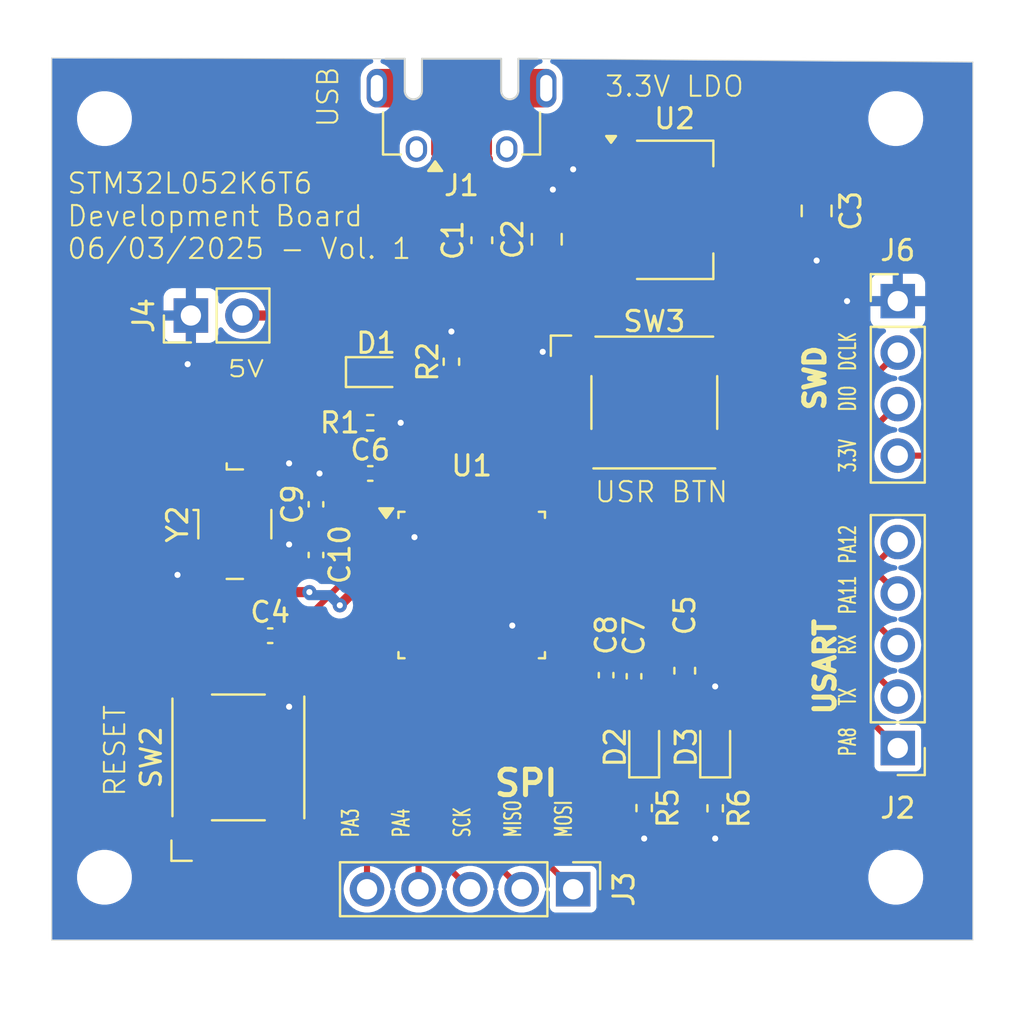
<source format=kicad_pcb>
(kicad_pcb (version 20240108) (generator "pcbnew") (generator_version "8.0")
  (layers (0 "F.Cu" signal) (31 "B.Cu" power) (34 "B.Paste" user) (35 "F.Paste" user) (36 "B.SilkS" user "B.Silkscreen") (37 "F.SilkS" user "F.Silkscreen") (38 "B.Mask" user) (39 "F.Mask" user) (44 "Edge.Cuts" user))
  (net 0 "")
  (net 1 "GND")
  (net 2 "+5V")
  (net 3 "+3.3V")
  (net 4 "NRST")
  (net 5 "OSC_IN")
  (net 6 "OSC2_IN")
  (net 7 "Net-(D1-K)")
  (net 8 "LED1")
  (net 9 "Net-(D2-K)")
  (net 10 "Net-(D3-K)")
  (net 11 "LED2")
  (net 22 "PA3")
  (net 23 "PA8")
  (net 24 "PA4")
  (net 25 "SPI_SCK")
  (net 26 "SPI_MOSI")
  (net 27 "SPI_MISO")
  (net 28 "USART1_TX")
  (net 29 "USART1_RX")
  (net 31 "PA12")
  (net 33 "PB3")
  (net 34 "PA11")
  (net 35 "SYS_SWDCLK")
  (net 36 "SYS_SWDIO")
  (net 37 "BOOT0")
  (footprint "MountingHole:MountingHole_2.2mm_M2_DIN965" (layer "F.Cu") (at 121 113)
    (property "Reference" "H3" (hide yes))
    (property "Value" "MountingHole")
    (pad "" np_thru_hole circle (at 0 0) (size 2.2 2.2) (drill 2.2) (layers "*.Cu" "*.Mask" "In1.Cu" "In2.Cu" "In3.Cu" "In4.Cu" "In5.Cu" "In6.Cu" "In7.Cu" "In8.Cu" "In9.Cu" "In10.Cu" "In11.Cu" "In12.Cu" "In13.Cu" "In14.Cu" "In15.Cu" "In16.Cu" "In17.Cu" "In18.Cu" "In19.Cu" "In20.Cu" "In21.Cu" "In22.Cu" "In23.Cu" "In24.Cu" "In25.Cu" "In26.Cu" "In27.Cu" "In28.Cu" "In29.Cu" "In30.Cu"))
  )
  (footprint "MountingHole:MountingHole_2.2mm_M2_DIN965" (layer "F.Cu") (at 121 75.59)
    (property "Reference" "H2" (hide yes))
    (property "Value" "MountingHole")
    (pad "" np_thru_hole circle (at 0 0) (size 2.2 2.2) (drill 2.2) (layers "*.Cu" "*.Mask" "In1.Cu" "In2.Cu" "In3.Cu" "In4.Cu" "In5.Cu" "In6.Cu" "In7.Cu" "In8.Cu" "In9.Cu" "In10.Cu" "In11.Cu" "In12.Cu" "In13.Cu" "In14.Cu" "In15.Cu" "In16.Cu" "In17.Cu" "In18.Cu" "In19.Cu" "In20.Cu" "In21.Cu" "In22.Cu" "In23.Cu" "In24.Cu" "In25.Cu" "In26.Cu" "In27.Cu" "In28.Cu" "In29.Cu" "In30.Cu"))
  )
  (footprint "Resistor_SMD:R_0402_1005Metric" (layer "F.Cu") (at 151.1 109.6 -90)
    (property "Reference" "R6" (at 0 -1.17 90) (layer "F.SilkS"))
    (property "Value" "1K")
    (pad "1" smd roundrect (at -0.51 0 270) (size 0.54 0.64) (layers "F.Cu" "F.Paste" "F.Mask") (net 10 "Net-(D3-K)"))
    (pad "2" smd roundrect (at 0.51 0 270) (size 0.54 0.64) (layers "F.Cu" "F.Paste" "F.Mask") (net 1 "GND"))
  )
  (footprint "Package_TO_SOT_SMD:SOT-223-3_TabPin2" (layer "F.Cu") (at 149.1 80.09)
    (property "Reference" "U2" (at 0 -4.5 0) (layer "F.SilkS"))
    (property "Value" "AMS1117-3.3")
    (pad "1" smd roundrect (at -3.15 -2.3) (size 2 1.5) (layers "F.Cu" "F.Paste" "F.Mask") (net 1 "GND"))
    (pad "2" smd roundrect (at -3.15 0) (size 2 1.5) (layers "F.Cu" "F.Paste" "F.Mask") (net 3 "+3.3V"))
    (pad "2" smd roundrect (at 3.15 0) (size 2 3.8) (layers "F.Cu" "F.Paste" "F.Mask") (net 3 "+3.3V"))
    (pad "3" smd roundrect (at -3.15 2.3) (size 2 1.5) (layers "F.Cu" "F.Paste" "F.Mask") (net 2 "+5V"))
  )
  (footprint "LED_SMD:LED_0603_1608Metric" (layer "F.Cu") (at 134.3875 88.09)
    (property "Reference" "D1" (at 0 -1.43 0) (layer "F.SilkS"))
    (property "Value" "LED")
    (pad "1" smd roundrect (at -0.7875 0) (size 0.875 0.95) (layers "F.Cu" "F.Paste" "F.Mask") (net 7 "Net-(D1-K)"))
    (pad "2" smd roundrect (at 0.7875 0) (size 0.875 0.95) (layers "F.Cu" "F.Paste" "F.Mask") (net 3 "+3.3V"))
  )
  (footprint "Capacitor_SMD:C_0402_1005Metric" (layer "F.Cu") (at 131.425 97.11 90)
    (property "Reference" "C10" (at 0.02 1.175 90) (layer "F.SilkS"))
    (property "Value" "20pF")
    (pad "1" smd roundrect (at -0.48 0 90) (size 0.56 0.62) (layers "F.Cu" "F.Paste" "F.Mask") (net 6 "OSC2_IN"))
    (pad "2" smd roundrect (at 0.48 0 90) (size 0.56 0.62) (layers "F.Cu" "F.Paste" "F.Mask") (net 1 "GND"))
  )
  (footprint "Connector_PinHeader_2.54mm:PinHeader_1x02_P2.54mm_Vertical" (layer "F.Cu") (at 125.26 85.3 90)
    (property "Reference" "J4" (at 0 -2.33 90) (layer "F.SilkS"))
    (property "Value" "Conn_01x02_Pin")
    (pad "1" thru_hole rect (at 0 0 90) (size 1.7 1.7) (drill 1) (layers "*.Cu" "*.Mask" "In1.Cu" "In2.Cu" "In3.Cu" "In4.Cu" "In5.Cu" "In6.Cu" "In7.Cu" "In8.Cu" "In9.Cu" "In10.Cu" "In11.Cu" "In12.Cu" "In13.Cu" "In14.Cu" "In15.Cu" "In16.Cu" "In17.Cu" "In18.Cu" "In19.Cu" "In20.Cu" "In21.Cu" "In22.Cu" "In23.Cu" "In24.Cu" "In25.Cu" "In26.Cu" "In27.Cu" "In28.Cu" "In29.Cu" "In30.Cu") (net 1 "GND"))
    (pad "2" thru_hole oval (at 0 2.54 90) (size 1.7 1.7) (drill 1) (layers "*.Cu" "*.Mask" "In1.Cu" "In2.Cu" "In3.Cu" "In4.Cu" "In5.Cu" "In6.Cu" "In7.Cu" "In8.Cu" "In9.Cu" "In10.Cu" "In11.Cu" "In12.Cu" "In13.Cu" "In14.Cu" "In15.Cu" "In16.Cu" "In17.Cu" "In18.Cu" "In19.Cu" "In20.Cu" "In21.Cu" "In22.Cu" "In23.Cu" "In24.Cu" "In25.Cu" "In26.Cu" "In27.Cu" "In28.Cu" "In29.Cu" "In30.Cu") (net 2 "+5V"))
  )
  (footprint "Capacitor_SMD:C_0402_1005Metric" (layer "F.Cu") (at 129.1675 101.09)
    (property "Reference" "C4" (at 0 -1.16 0) (layer "F.SilkS"))
    (property "Value" "100nF")
    (pad "1" smd roundrect (at -0.48 0) (size 0.56 0.62) (layers "F.Cu" "F.Paste" "F.Mask") (net 4 "NRST"))
    (pad "2" smd roundrect (at 0.48 0) (size 0.56 0.62) (layers "F.Cu" "F.Paste" "F.Mask") (net 1 "GND"))
  )
  (footprint "Package_QFP:LQFP-32_7x7mm_P0.8mm" (layer "F.Cu") (at 139.1 98.59)
    (property "Reference" "U1" (at 0 -5.88 0) (layer "F.SilkS"))
    (property "Value" "STM32L052K6Tx")
    (pad "1" smd roundrect (at -4.175 -2.8) (size 1.5 0.5) (layers "F.Cu" "F.Paste" "F.Mask") (net 3 "+3.3V"))
    (pad "2" smd roundrect (at -4.175 -2) (size 1.5 0.5) (layers "F.Cu" "F.Paste" "F.Mask") (net 5 "OSC_IN"))
    (pad "3" smd roundrect (at -4.175 -1.2) (size 1.5 0.5) (layers "F.Cu" "F.Paste" "F.Mask") (net 6 "OSC2_IN"))
    (pad "4" smd roundrect (at -4.175 -0.4) (size 1.5 0.5) (layers "F.Cu" "F.Paste" "F.Mask") (net 4 "NRST"))
    (pad "5" smd roundrect (at -4.175 0.4) (size 1.5 0.5) (layers "F.Cu" "F.Paste" "F.Mask") (net 3 "+3.3V"))
    (pad "6" smd roundrect (at -4.175 1.2) (size 1.5 0.5) (layers "F.Cu" "F.Paste" "F.Mask"))
    (pad "7" smd roundrect (at -4.175 2) (size 1.5 0.5) (layers "F.Cu" "F.Paste" "F.Mask"))
    (pad "8" smd roundrect (at -4.175 2.8) (size 1.5 0.5) (layers "F.Cu" "F.Paste" "F.Mask"))
    (pad "9" smd roundrect (at -2.8 4.175) (size 0.5 1.5) (layers "F.Cu" "F.Paste" "F.Mask") (net 22 "PA3"))
    (pad "10" smd roundrect (at -2 4.175) (size 0.5 1.5) (layers "F.Cu" "F.Paste" "F.Mask") (net 24 "PA4"))
    (pad "11" smd roundrect (at -1.2 4.175) (size 0.5 1.5) (layers "F.Cu" "F.Paste" "F.Mask") (net 25 "SPI_SCK"))
    (pad "12" smd roundrect (at -0.4 4.175) (size 0.5 1.5) (layers "F.Cu" "F.Paste" "F.Mask") (net 27 "SPI_MISO"))
    (pad "13" smd roundrect (at 0.4 4.175) (size 0.5 1.5) (layers "F.Cu" "F.Paste" "F.Mask") (net 26 "SPI_MOSI"))
    (pad "14" smd roundrect (at 1.2 4.175) (size 0.5 1.5) (layers "F.Cu" "F.Paste" "F.Mask") (net 8 "LED1"))
    (pad "15" smd roundrect (at 2 4.175) (size 0.5 1.5) (layers "F.Cu" "F.Paste" "F.Mask") (net 11 "LED2"))
    (pad "16" smd roundrect (at 2.8 4.175) (size 0.5 1.5) (layers "F.Cu" "F.Paste" "F.Mask") (net 1 "GND"))
    (pad "17" smd roundrect (at 4.175 2.8) (size 1.5 0.5) (layers "F.Cu" "F.Paste" "F.Mask") (net 3 "+3.3V"))
    (pad "18" smd roundrect (at 4.175 2) (size 1.5 0.5) (layers "F.Cu" "F.Paste" "F.Mask") (net 23 "PA8"))
    (pad "19" smd roundrect (at 4.175 1.2) (size 1.5 0.5) (layers "F.Cu" "F.Paste" "F.Mask") (net 28 "USART1_TX"))
    (pad "20" smd roundrect (at 4.175 0.4) (size 1.5 0.5) (layers "F.Cu" "F.Paste" "F.Mask") (net 29 "USART1_RX"))
    (pad "21" smd roundrect (at 4.175 -0.4) (size 1.5 0.5) (layers "F.Cu" "F.Paste" "F.Mask") (net 34 "PA11"))
    (pad "22" smd roundrect (at 4.175 -1.2) (size 1.5 0.5) (layers "F.Cu" "F.Paste" "F.Mask") (net 31 "PA12"))
    (pad "23" smd roundrect (at 4.175 -2) (size 1.5 0.5) (layers "F.Cu" "F.Paste" "F.Mask") (net 36 "SYS_SWDIO"))
    (pad "24" smd roundrect (at 4.175 -2.8) (size 1.5 0.5) (layers "F.Cu" "F.Paste" "F.Mask") (net 35 "SYS_SWDCLK"))
    (pad "25" smd roundrect (at 2.8 -4.175) (size 0.5 1.5) (layers "F.Cu" "F.Paste" "F.Mask"))
    (pad "26" smd roundrect (at 2 -4.175) (size 0.5 1.5) (layers "F.Cu" "F.Paste" "F.Mask") (net 33 "PB3"))
    (pad "27" smd roundrect (at 1.2 -4.175) (size 0.5 1.5) (layers "F.Cu" "F.Paste" "F.Mask"))
    (pad "28" smd roundrect (at 0.4 -4.175) (size 0.5 1.5) (layers "F.Cu" "F.Paste" "F.Mask"))
    (pad "29" smd roundrect (at -0.4 -4.175) (size 0.5 1.5) (layers "F.Cu" "F.Paste" "F.Mask"))
    (pad "30" smd roundrect (at -1.2 -4.175) (size 0.5 1.5) (layers "F.Cu" "F.Paste" "F.Mask"))
    (pad "31" smd roundrect (at -2 -4.175) (size 0.5 1.5) (layers "F.Cu" "F.Paste" "F.Mask") (net 37 "BOOT0"))
    (pad "32" smd roundrect (at -2.8 -4.175) (size 0.5 1.5) (layers "F.Cu" "F.Paste" "F.Mask") (net 1 "GND"))
  )
  (footprint "Resistor_SMD:R_0402_1005Metric" (layer "F.Cu") (at 138.1 87.58 90)
    (property "Reference" "R2" (at 0 -1.17 90) (layer "F.SilkS"))
    (property "Value" "10K")
    (pad "1" smd roundrect (at -0.51 0 90) (size 0.54 0.64) (layers "F.Cu" "F.Paste" "F.Mask") (net 37 "BOOT0"))
    (pad "2" smd roundrect (at 0.51 0 90) (size 0.54 0.64) (layers "F.Cu" "F.Paste" "F.Mask") (net 1 "GND"))
  )
  (footprint "Button_Switch_SMD:SW_SPST_Omron_B3FS-100xP" (layer "F.Cu") (at 148.1 89.59)
    (property "Reference" "SW3" (at 0 -4 0) (layer "F.SilkS"))
    (property "Value" "SW_Omron_B3FS")
    (pad "1" smd rect (at -4 -2.25 180) (size 1.6 1.4) (layers "F.Cu" "F.Paste" "F.Mask") (net 1 "GND"))
    (pad "1" smd rect (at 4 -2.25 180) (size 1.6 1.4) (layers "F.Cu" "F.Paste" "F.Mask") (net 1 "GND"))
    (pad "2" smd rect (at -4 2.25 180) (size 1.6 1.4) (layers "F.Cu" "F.Paste" "F.Mask") (net 33 "PB3"))
    (pad "2" smd rect (at 4 2.25 180) (size 1.6 1.4) (layers "F.Cu" "F.Paste" "F.Mask") (net 33 "PB3"))
  )
  (footprint "Connector_PinHeader_2.54mm:PinHeader_1x05_P2.54mm_Vertical" (layer "F.Cu") (at 144.1 113.59 -90)
    (property "Reference" "J3" (at 0 -2.5 90) (layer "F.SilkS"))
    (property "Value" "Conn_01x05_Pin")
    (pad "1" thru_hole rect (at 0 0 270) (size 1.7 1.7) (drill 1) (layers "*.Cu" "*.Mask" "In1.Cu" "In2.Cu" "In3.Cu" "In4.Cu" "In5.Cu" "In6.Cu" "In7.Cu" "In8.Cu" "In9.Cu" "In10.Cu" "In11.Cu" "In12.Cu" "In13.Cu" "In14.Cu" "In15.Cu" "In16.Cu" "In17.Cu" "In18.Cu" "In19.Cu" "In20.Cu" "In21.Cu" "In22.Cu" "In23.Cu" "In24.Cu" "In25.Cu" "In26.Cu" "In27.Cu" "In28.Cu" "In29.Cu" "In30.Cu") (net 26 "SPI_MOSI"))
    (pad "2" thru_hole oval (at 0 2.54 270) (size 1.7 1.7) (drill 1) (layers "*.Cu" "*.Mask" "In1.Cu" "In2.Cu" "In3.Cu" "In4.Cu" "In5.Cu" "In6.Cu" "In7.Cu" "In8.Cu" "In9.Cu" "In10.Cu" "In11.Cu" "In12.Cu" "In13.Cu" "In14.Cu" "In15.Cu" "In16.Cu" "In17.Cu" "In18.Cu" "In19.Cu" "In20.Cu" "In21.Cu" "In22.Cu" "In23.Cu" "In24.Cu" "In25.Cu" "In26.Cu" "In27.Cu" "In28.Cu" "In29.Cu" "In30.Cu") (net 27 "SPI_MISO"))
    (pad "3" thru_hole oval (at 0 5.08 270) (size 1.7 1.7) (drill 1) (layers "*.Cu" "*.Mask" "In1.Cu" "In2.Cu" "In3.Cu" "In4.Cu" "In5.Cu" "In6.Cu" "In7.Cu" "In8.Cu" "In9.Cu" "In10.Cu" "In11.Cu" "In12.Cu" "In13.Cu" "In14.Cu" "In15.Cu" "In16.Cu" "In17.Cu" "In18.Cu" "In19.Cu" "In20.Cu" "In21.Cu" "In22.Cu" "In23.Cu" "In24.Cu" "In25.Cu" "In26.Cu" "In27.Cu" "In28.Cu" "In29.Cu" "In30.Cu") (net 25 "SPI_SCK"))
    (pad "4" thru_hole oval (at 0 7.62 270) (size 1.7 1.7) (drill 1) (layers "*.Cu" "*.Mask" "In1.Cu" "In2.Cu" "In3.Cu" "In4.Cu" "In5.Cu" "In6.Cu" "In7.Cu" "In8.Cu" "In9.Cu" "In10.Cu" "In11.Cu" "In12.Cu" "In13.Cu" "In14.Cu" "In15.Cu" "In16.Cu" "In17.Cu" "In18.Cu" "In19.Cu" "In20.Cu" "In21.Cu" "In22.Cu" "In23.Cu" "In24.Cu" "In25.Cu" "In26.Cu" "In27.Cu" "In28.Cu" "In29.Cu" "In30.Cu") (net 24 "PA4"))
    (pad "5" thru_hole oval (at 0 10.16 270) (size 1.7 1.7) (drill 1) (layers "*.Cu" "*.Mask" "In1.Cu" "In2.Cu" "In3.Cu" "In4.Cu" "In5.Cu" "In6.Cu" "In7.Cu" "In8.Cu" "In9.Cu" "In10.Cu" "In11.Cu" "In12.Cu" "In13.Cu" "In14.Cu" "In15.Cu" "In16.Cu" "In17.Cu" "In18.Cu" "In19.Cu" "In20.Cu" "In21.Cu" "In22.Cu" "In23.Cu" "In24.Cu" "In25.Cu" "In26.Cu" "In27.Cu" "In28.Cu" "In29.Cu" "In30.Cu") (net 22 "PA3"))
  )
  (footprint "Connector_USB:USB_Micro-AB_Molex_47590-0001" (layer "F.Cu") (at 138.6 73.74 180)
    (property "Reference" "J1" (at 0 -5.15 0) (layer "F.SilkS"))
    (property "Value" "USB_B_Micro")
    (fp_line (start 2.8 1.1) (end 3.75 1.1) (stroke (width 0.1)) (layer "Edge.Cuts"))
    (fp_line (start 2.8 -0.475) (end 2.8 1.1) (stroke (width 0.1)) (layer "Edge.Cuts"))
    (fp_line (start 1.95 -0.475) (end 1.95 1.1) (stroke (width 0.1)) (layer "Edge.Cuts"))
    (fp_line (start -1.95 1.1) (end 1.95 1.1) (stroke (width 0.1)) (layer "Edge.Cuts"))
    (fp_line (start -1.95 -0.475) (end -1.95 1.1) (stroke (width 0.1)) (layer "Edge.Cuts"))
    (fp_line (start -2.8 -0.475) (end -2.8 1.1) (stroke (width 0.1)) (layer "Edge.Cuts"))
    (fp_line (start -3.75 1.1) (end -2.8 1.1) (stroke (width 0.1)) (layer "Edge.Cuts"))
    (fp_arc (start 1.95 -0.475) (mid 2.375 -0.9) (end 2.8 -0.475) (stroke (width 0.1)) (layer "Edge.Cuts"))
    (fp_arc (start -2.8 -0.475) (mid -2.375 -0.9) (end -1.95 -0.475) (stroke (width 0.1)) (layer "Edge.Cuts"))
    (pad "1" smd roundrect (at 1.3 -3.025 180) (size 0.4 1.35) (layers "F.Cu" "F.Paste" "F.Mask") (net 2 "+5V"))
    (pad "2" smd roundrect (at 0.65 -3.025 180) (size 0.4 1.35) (layers "F.Cu" "F.Paste" "F.Mask"))
    (pad "3" smd roundrect (at 0 -3.025 180) (size 0.4 1.35) (layers "F.Cu" "F.Paste" "F.Mask"))
    (pad "4" smd roundrect (at -0.65 -3.025 180) (size 0.4 1.35) (layers "F.Cu" "F.Paste" "F.Mask"))
    (pad "5" smd roundrect (at -1.3 -3.025 180) (size 0.4 1.35) (layers "F.Cu" "F.Paste" "F.Mask") (net 1 "GND"))
    (pad "6" thru_hole oval (at -4.175 -0.35 180) (size 1 1.9) (drill oval 0.6 1.3) (property pad_prop_heatsink) (layers "*.Cu" "*.Mask" "In1.Cu" "In2.Cu" "In3.Cu" "In4.Cu" "In5.Cu" "In6.Cu" "In7.Cu" "In8.Cu" "In9.Cu" "In10.Cu" "In11.Cu" "In12.Cu" "In13.Cu" "In14.Cu" "In15.Cu" "In16.Cu" "In17.Cu" "In18.Cu" "In19.Cu" "In20.Cu" "In21.Cu" "In22.Cu" "In23.Cu" "In24.Cu" "In25.Cu" "In26.Cu" "In27.Cu" "In28.Cu" "In29.Cu" "In30.Cu"))
    (pad "6" smd rect (at -3.7375 -0.35 180) (size 0.875 1.9) (layers "F.Cu" "F.Mask"))
    (pad "6" thru_hole oval (at -2.225 -3.35 180) (size 1.05 1.25) (drill oval 0.65 0.85) (property pad_prop_heatsink) (layers "*.Cu" "*.Mask" "In1.Cu" "In2.Cu" "In3.Cu" "In4.Cu" "In5.Cu" "In6.Cu" "In7.Cu" "In8.Cu" "In9.Cu" "In10.Cu" "In11.Cu" "In12.Cu" "In13.Cu" "In14.Cu" "In15.Cu" "In16.Cu" "In17.Cu" "In18.Cu" "In19.Cu" "In20.Cu" "In21.Cu" "In22.Cu" "In23.Cu" "In24.Cu" "In25.Cu" "In26.Cu" "In27.Cu" "In28.Cu" "In29.Cu" "In30.Cu"))
    (pad "6" smd roundrect (at 0 -0.35 180) (size 2.9 1.9) (layers "F.Cu" "F.Paste" "F.Mask") (roundrect_rratio 0.1315789474))
    (pad "6" thru_hole oval (at 2.225 -3.35 180) (size 1.05 1.25) (drill oval 0.65 0.85) (property pad_prop_heatsink) (layers "*.Cu" "*.Mask" "In1.Cu" "In2.Cu" "In3.Cu" "In4.Cu" "In5.Cu" "In6.Cu" "In7.Cu" "In8.Cu" "In9.Cu" "In10.Cu" "In11.Cu" "In12.Cu" "In13.Cu" "In14.Cu" "In15.Cu" "In16.Cu" "In17.Cu" "In18.Cu" "In19.Cu" "In20.Cu" "In21.Cu" "In22.Cu" "In23.Cu" "In24.Cu" "In25.Cu" "In26.Cu" "In27.Cu" "In28.Cu" "In29.Cu" "In30.Cu"))
    (pad "6" smd rect (at 3.7375 -0.35 180) (size 0.875 1.9) (layers "F.Cu" "F.Mask"))
    (pad "6" thru_hole oval (at 4.175 -0.35 180) (size 1 1.9) (drill oval 0.6 1.3) (property pad_prop_heatsink) (layers "*.Cu" "*.Mask" "In1.Cu" "In2.Cu" "In3.Cu" "In4.Cu" "In5.Cu" "In6.Cu" "In7.Cu" "In8.Cu" "In9.Cu" "In10.Cu" "In11.Cu" "In12.Cu" "In13.Cu" "In14.Cu" "In15.Cu" "In16.Cu" "In17.Cu" "In18.Cu" "In19.Cu" "In20.Cu" "In21.Cu" "In22.Cu" "In23.Cu" "In24.Cu" "In25.Cu" "In26.Cu" "In27.Cu" "In28.Cu" "In29.Cu" "In30.Cu"))
  )
  (footprint "LED_SMD:LED_0603_1608Metric" (layer "F.Cu") (at 151.1 106.59 90)
    (property "Reference" "D3" (at 0 -1.43 90) (layer "F.SilkS"))
    (property "Value" "LED")
    (pad "1" smd roundrect (at -0.7875 0 90) (size 0.875 0.95) (layers "F.Cu" "F.Paste" "F.Mask") (net 10 "Net-(D3-K)"))
    (pad "2" smd roundrect (at 0.7875 0 90) (size 0.875 0.95) (layers "F.Cu" "F.Paste" "F.Mask") (net 11 "LED2"))
  )
  (footprint "Capacitor_SMD:C_0402_1005Metric" (layer "F.Cu") (at 145.725 103.035 -90)
    (property "Reference" "C8" (at -1.98 0 90) (layer "F.SilkS"))
    (property "Value" "100nF")
    (pad "1" smd roundrect (at -0.48 0 270) (size 0.56 0.62) (layers "F.Cu" "F.Paste" "F.Mask") (net 3 "+3.3V"))
    (pad "2" smd roundrect (at 0.48 0 270) (size 0.56 0.62) (layers "F.Cu" "F.Paste" "F.Mask") (net 1 "GND"))
  )
  (footprint "Capacitor_SMD:C_0805_2012Metric" (layer "F.Cu") (at 156.1 80.14 -90)
    (property "Reference" "C3" (at 0 -1.68 90) (layer "F.SilkS"))
    (property "Value" "22uF")
    (pad "1" smd roundrect (at -0.95 0 270) (size 1 1.45) (layers "F.Cu" "F.Paste" "F.Mask") (net 3 "+3.3V"))
    (pad "2" smd roundrect (at 0.95 0 270) (size 1 1.45) (layers "F.Cu" "F.Paste" "F.Mask") (net 1 "GND"))
  )
  (footprint "MountingHole:MountingHole_2.2mm_M2_DIN965" (layer "F.Cu") (at 160 75.59)
    (property "Reference" "H1" (hide yes))
    (property "Value" "MountingHole")
    (pad "" np_thru_hole circle (at 0 0) (size 2.2 2.2) (drill 2.2) (layers "*.Cu" "*.Mask" "In1.Cu" "In2.Cu" "In3.Cu" "In4.Cu" "In5.Cu" "In6.Cu" "In7.Cu" "In8.Cu" "In9.Cu" "In10.Cu" "In11.Cu" "In12.Cu" "In13.Cu" "In14.Cu" "In15.Cu" "In16.Cu" "In17.Cu" "In18.Cu" "In19.Cu" "In20.Cu" "In21.Cu" "In22.Cu" "In23.Cu" "In24.Cu" "In25.Cu" "In26.Cu" "In27.Cu" "In28.Cu" "In29.Cu" "In30.Cu"))
  )
  (footprint "Connector_PinHeader_2.54mm:PinHeader_1x05_P2.54mm_Vertical" (layer "F.Cu") (at 160.1 106.63 180)
    (property "Reference" "J2" (at 0 -2.96 0) (layer "F.SilkS"))
    (property "Value" "Conn_01x05_Pin")
    (pad "1" thru_hole rect (at 0 0 180) (size 1.7 1.7) (drill 1) (layers "*.Cu" "*.Mask" "In1.Cu" "In2.Cu" "In3.Cu" "In4.Cu" "In5.Cu" "In6.Cu" "In7.Cu" "In8.Cu" "In9.Cu" "In10.Cu" "In11.Cu" "In12.Cu" "In13.Cu" "In14.Cu" "In15.Cu" "In16.Cu" "In17.Cu" "In18.Cu" "In19.Cu" "In20.Cu" "In21.Cu" "In22.Cu" "In23.Cu" "In24.Cu" "In25.Cu" "In26.Cu" "In27.Cu" "In28.Cu" "In29.Cu" "In30.Cu") (net 23 "PA8"))
    (pad "2" thru_hole oval (at 0 2.54 180) (size 1.7 1.7) (drill 1) (layers "*.Cu" "*.Mask" "In1.Cu" "In2.Cu" "In3.Cu" "In4.Cu" "In5.Cu" "In6.Cu" "In7.Cu" "In8.Cu" "In9.Cu" "In10.Cu" "In11.Cu" "In12.Cu" "In13.Cu" "In14.Cu" "In15.Cu" "In16.Cu" "In17.Cu" "In18.Cu" "In19.Cu" "In20.Cu" "In21.Cu" "In22.Cu" "In23.Cu" "In24.Cu" "In25.Cu" "In26.Cu" "In27.Cu" "In28.Cu" "In29.Cu" "In30.Cu") (net 28 "USART1_TX"))
    (pad "3" thru_hole oval (at 0 5.08 180) (size 1.7 1.7) (drill 1) (layers "*.Cu" "*.Mask" "In1.Cu" "In2.Cu" "In3.Cu" "In4.Cu" "In5.Cu" "In6.Cu" "In7.Cu" "In8.Cu" "In9.Cu" "In10.Cu" "In11.Cu" "In12.Cu" "In13.Cu" "In14.Cu" "In15.Cu" "In16.Cu" "In17.Cu" "In18.Cu" "In19.Cu" "In20.Cu" "In21.Cu" "In22.Cu" "In23.Cu" "In24.Cu" "In25.Cu" "In26.Cu" "In27.Cu" "In28.Cu" "In29.Cu" "In30.Cu") (net 29 "USART1_RX"))
    (pad "4" thru_hole oval (at 0 7.62 180) (size 1.7 1.7) (drill 1) (layers "*.Cu" "*.Mask" "In1.Cu" "In2.Cu" "In3.Cu" "In4.Cu" "In5.Cu" "In6.Cu" "In7.Cu" "In8.Cu" "In9.Cu" "In10.Cu" "In11.Cu" "In12.Cu" "In13.Cu" "In14.Cu" "In15.Cu" "In16.Cu" "In17.Cu" "In18.Cu" "In19.Cu" "In20.Cu" "In21.Cu" "In22.Cu" "In23.Cu" "In24.Cu" "In25.Cu" "In26.Cu" "In27.Cu" "In28.Cu" "In29.Cu" "In30.Cu") (net 34 "PA11"))
    (pad "5" thru_hole oval (at 0 10.16 180) (size 1.7 1.7) (drill 1) (layers "*.Cu" "*.Mask" "In1.Cu" "In2.Cu" "In3.Cu" "In4.Cu" "In5.Cu" "In6.Cu" "In7.Cu" "In8.Cu" "In9.Cu" "In10.Cu" "In11.Cu" "In12.Cu" "In13.Cu" "In14.Cu" "In15.Cu" "In16.Cu" "In17.Cu" "In18.Cu" "In19.Cu" "In20.Cu" "In21.Cu" "In22.Cu" "In23.Cu" "In24.Cu" "In25.Cu" "In26.Cu" "In27.Cu" "In28.Cu" "In29.Cu" "In30.Cu") (net 31 "PA12"))
  )
  (footprint "Capacitor_SMD:C_0603_1608Metric" (layer "F.Cu") (at 149.6 102.815 -90)
    (property "Reference" "C5" (at -2.725 0 90) (layer "F.SilkS"))
    (property "Value" "4.7uF")
    (pad "1" smd roundrect (at -0.775 0 270) (size 0.9 0.95) (layers "F.Cu" "F.Paste" "F.Mask") (net 3 "+3.3V"))
    (pad "2" smd roundrect (at 0.775 0 270) (size 0.9 0.95) (layers "F.Cu" "F.Paste" "F.Mask") (net 1 "GND"))
  )
  (footprint "Capacitor_SMD:C_0402_1005Metric" (layer "F.Cu") (at 131.425 94.61 90)
    (property "Reference" "C9" (at 0 -1.16 90) (layer "F.SilkS"))
    (property "Value" "20pF")
    (pad "1" smd roundrect (at -0.48 0 90) (size 0.56 0.62) (layers "F.Cu" "F.Paste" "F.Mask") (net 5 "OSC_IN"))
    (pad "2" smd roundrect (at 0.48 0 90) (size 0.56 0.62) (layers "F.Cu" "F.Paste" "F.Mask") (net 1 "GND"))
  )
  (footprint "Resistor_SMD:R_0402_1005Metric" (layer "F.Cu") (at 147.6 109.59 -90)
    (property "Reference" "R5" (at 0 -1.17 90) (layer "F.SilkS"))
    (property "Value" "1K")
    (pad "1" smd roundrect (at -0.51 0 270) (size 0.54 0.64) (layers "F.Cu" "F.Paste" "F.Mask") (net 9 "Net-(D2-K)"))
    (pad "2" smd roundrect (at 0.51 0 270) (size 0.54 0.64) (layers "F.Cu" "F.Paste" "F.Mask") (net 1 "GND"))
  )
  (footprint "Capacitor_SMD:C_0402_1005Metric" (layer "F.Cu") (at 147.1 103.09 -90)
    (property "Reference" "C7" (at -2 0 90) (layer "F.SilkS"))
    (property "Value" "100nF")
    (pad "1" smd roundrect (at -0.48 0 270) (size 0.56 0.62) (layers "F.Cu" "F.Paste" "F.Mask") (net 3 "+3.3V"))
    (pad "2" smd roundrect (at 0.48 0 270) (size 0.56 0.62) (layers "F.Cu" "F.Paste" "F.Mask") (net 1 "GND"))
  )
  (footprint "MountingHole:MountingHole_2.2mm_M2_DIN965" (layer "F.Cu") (at 160 113)
    (property "Reference" "H4" (hide yes))
    (property "Value" "MountingHole")
    (pad "" np_thru_hole circle (at 0 0) (size 2.2 2.2) (drill 2.2) (layers "*.Cu" "*.Mask" "In1.Cu" "In2.Cu" "In3.Cu" "In4.Cu" "In5.Cu" "In6.Cu" "In7.Cu" "In8.Cu" "In9.Cu" "In10.Cu" "In11.Cu" "In12.Cu" "In13.Cu" "In14.Cu" "In15.Cu" "In16.Cu" "In17.Cu" "In18.Cu" "In19.Cu" "In20.Cu" "In21.Cu" "In22.Cu" "In23.Cu" "In24.Cu" "In25.Cu" "In26.Cu" "In27.Cu" "In28.Cu" "In29.Cu" "In30.Cu"))
  )
  (footprint "Connector_PinHeader_2.54mm:PinHeader_1x04_P2.54mm_Vertical" (layer "F.Cu") (at 160.1 84.59)
    (property "Reference" "J6" (at 0 -2.5 0) (layer "F.SilkS"))
    (property "Value" "Conn_01x04_Pin")
    (pad "1" thru_hole rect (at 0 0) (size 1.7 1.7) (drill 1) (layers "*.Cu" "*.Mask" "In1.Cu" "In2.Cu" "In3.Cu" "In4.Cu" "In5.Cu" "In6.Cu" "In7.Cu" "In8.Cu" "In9.Cu" "In10.Cu" "In11.Cu" "In12.Cu" "In13.Cu" "In14.Cu" "In15.Cu" "In16.Cu" "In17.Cu" "In18.Cu" "In19.Cu" "In20.Cu" "In21.Cu" "In22.Cu" "In23.Cu" "In24.Cu" "In25.Cu" "In26.Cu" "In27.Cu" "In28.Cu" "In29.Cu" "In30.Cu") (net 1 "GND"))
    (pad "2" thru_hole oval (at 0 2.54) (size 1.7 1.7) (drill 1) (layers "*.Cu" "*.Mask" "In1.Cu" "In2.Cu" "In3.Cu" "In4.Cu" "In5.Cu" "In6.Cu" "In7.Cu" "In8.Cu" "In9.Cu" "In10.Cu" "In11.Cu" "In12.Cu" "In13.Cu" "In14.Cu" "In15.Cu" "In16.Cu" "In17.Cu" "In18.Cu" "In19.Cu" "In20.Cu" "In21.Cu" "In22.Cu" "In23.Cu" "In24.Cu" "In25.Cu" "In26.Cu" "In27.Cu" "In28.Cu" "In29.Cu" "In30.Cu") (net 35 "SYS_SWDCLK"))
    (pad "3" thru_hole oval (at 0 5.08) (size 1.7 1.7) (drill 1) (layers "*.Cu" "*.Mask" "In1.Cu" "In2.Cu" "In3.Cu" "In4.Cu" "In5.Cu" "In6.Cu" "In7.Cu" "In8.Cu" "In9.Cu" "In10.Cu" "In11.Cu" "In12.Cu" "In13.Cu" "In14.Cu" "In15.Cu" "In16.Cu" "In17.Cu" "In18.Cu" "In19.Cu" "In20.Cu" "In21.Cu" "In22.Cu" "In23.Cu" "In24.Cu" "In25.Cu" "In26.Cu" "In27.Cu" "In28.Cu" "In29.Cu" "In30.Cu") (net 36 "SYS_SWDIO"))
    (pad "4" thru_hole oval (at 0 7.62) (size 1.7 1.7) (drill 1) (layers "*.Cu" "*.Mask" "In1.Cu" "In2.Cu" "In3.Cu" "In4.Cu" "In5.Cu" "In6.Cu" "In7.Cu" "In8.Cu" "In9.Cu" "In10.Cu" "In11.Cu" "In12.Cu" "In13.Cu" "In14.Cu" "In15.Cu" "In16.Cu" "In17.Cu" "In18.Cu" "In19.Cu" "In20.Cu" "In21.Cu" "In22.Cu" "In23.Cu" "In24.Cu" "In25.Cu" "In26.Cu" "In27.Cu" "In28.Cu" "In29.Cu" "In30.Cu") (net 3 "+3.3V"))
  )
  (footprint "Resistor_SMD:R_0402_1005Metric" (layer "F.Cu") (at 134.1 90.59)
    (property "Reference" "R1" (at -1.5 0 0) (layer "F.SilkS"))
    (property "Value" "1K")
    (pad "1" smd roundrect (at -0.51 0) (size 0.54 0.64) (layers "F.Cu" "F.Paste" "F.Mask") (net 7 "Net-(D1-K)"))
    (pad "2" smd roundrect (at 0.51 0) (size 0.54 0.64) (layers "F.Cu" "F.Paste" "F.Mask") (net 1 "GND"))
  )
  (footprint "Capacitor_SMD:C_0402_1005Metric" (layer "F.Cu") (at 134.1 93.09)
    (property "Reference" "C6" (at 0 -1.16 0) (layer "F.SilkS"))
    (property "Value" "100nF")
    (pad "1" smd roundrect (at -0.48 0) (size 0.56 0.62) (layers "F.Cu" "F.Paste" "F.Mask") (net 3 "+3.3V"))
    (pad "2" smd roundrect (at 0.48 0) (size 0.56 0.62) (layers "F.Cu" "F.Paste" "F.Mask") (net 1 "GND"))
  )
  (footprint "LED_SMD:LED_0603_1608Metric" (layer "F.Cu") (at 147.6 106.59 90)
    (property "Reference" "D2" (at 0 -1.43 90) (layer "F.SilkS"))
    (property "Value" "LED")
    (pad "1" smd roundrect (at -0.7875 0 90) (size 0.875 0.95) (layers "F.Cu" "F.Paste" "F.Mask") (net 9 "Net-(D2-K)"))
    (pad "2" smd roundrect (at 0.7875 0 90) (size 0.875 0.95) (layers "F.Cu" "F.Paste" "F.Mask") (net 8 "LED1"))
  )
  (footprint "Capacitor_SMD:C_0603_1608Metric" (layer "F.Cu") (at 139.6 81.59 90)
    (property "Reference" "C1" (at 0 -1.43 90) (layer "F.SilkS"))
    (property "Value" "4.7uF")
    (pad "1" smd roundrect (at -0.775 0 90) (size 0.9 0.95) (layers "F.Cu" "F.Paste" "F.Mask") (net 2 "+5V"))
    (pad "2" smd roundrect (at 0.775 0 90) (size 0.9 0.95) (layers "F.Cu" "F.Paste" "F.Mask") (net 1 "GND"))
  )
  (footprint "Button_Switch_SMD:SW_SPST_Omron_B3FS-100xP" (layer "F.Cu") (at 127.6 107.09 90)
    (property "Reference" "SW2" (at 0 -4.3 90) (layer "F.SilkS"))
    (property "Value" "SW_Omron_B3FS")
    (pad "1" smd rect (at -4 -2.25 270) (size 1.6 1.4) (layers "F.Cu" "F.Paste" "F.Mask") (net 4 "NRST"))
    (pad "1" smd rect (at 4 -2.25 270) (size 1.6 1.4) (layers "F.Cu" "F.Paste" "F.Mask") (net 4 "NRST"))
    (pad "2" smd rect (at -4 2.25 270) (size 1.6 1.4) (layers "F.Cu" "F.Paste" "F.Mask") (net 1 "GND"))
    (pad "2" smd rect (at 4 2.25 270) (size 1.6 1.4) (layers "F.Cu" "F.Paste" "F.Mask") (net 1 "GND"))
  )
  (footprint "Capacitor_SMD:C_0805_2012Metric" (layer "F.Cu") (at 142.8 81.54 90)
    (property "Reference" "C2" (at 0 -1.68 90) (layer "F.SilkS"))
    (property "Value" "22uF")
    (pad "1" smd roundrect (at -0.95 0 90) (size 1 1.45) (layers "F.Cu" "F.Paste" "F.Mask") (net 2 "+5V"))
    (pad "2" smd roundrect (at 0.95 0 90) (size 1 1.45) (layers "F.Cu" "F.Paste" "F.Mask") (net 1 "GND"))
  )
  (footprint "Crystal:Crystal_SMD_EuroQuartz_MJ-4Pin_5.0x3.2mm" (layer "F.Cu") (at 127.425 95.59 -90)
    (property "Reference" "Y2" (at 0 2.825 90) (layer "F.SilkS"))
    (property "Value" "830055663")
    (pad "1" smd rect (at -1.85 1.15 270) (size 1.9 1.1) (layers "F.Cu" "F.Paste" "F.Mask") (net 5 "OSC_IN"))
    (pad "2" smd rect (at 1.85 1.15 270) (size 1.9 1.1) (layers "F.Cu" "F.Paste" "F.Mask") (net 1 "GND"))
    (pad "3" smd rect (at 1.85 -1.15 270) (size 1.9 1.1) (layers "F.Cu" "F.Paste" "F.Mask") (net 6 "OSC2_IN"))
    (pad "4" smd rect (at -1.85 -1.15 270) (size 1.9 1.1) (layers "F.Cu" "F.Paste" "F.Mask") (net 1 "GND"))
  )
  (gr_line (start 118.4 72.6) (end 118.4 116.1) (stroke (width 0.05)) (layer "Edge.Cuts"))
  (gr_line (start 163.8 72.8) (end 142.35 72.64) (stroke (width 0.05)) (layer "Edge.Cuts"))
  (gr_line (start 163.8 116.1) (end 163.8 72.8) (stroke (width 0.05)) (layer "Edge.Cuts"))
  (gr_line (start 134.85 72.64) (end 118.4 72.6) (stroke (width 0.05)) (layer "Edge.Cuts"))
  (gr_line (start 118.4 116.1) (end 163.8 116.1) (stroke (width 0.05)) (layer "Edge.Cuts"))
  (gr_text "3.3V LDO" (at 145.6 74.59 0) (layer "F.SilkS") (effects (font (size 1 1) (thickness 0.1)) (justify left bottom)))
  (gr_text "DIO" (at 158.1 90.09 90) (layer "F.SilkS") (effects (font (size 0.8 0.5) (thickness 0.1)) (justify left bottom)))
  (gr_text "PA4" (at 136.1 111.09 90) (layer "F.SilkS") (effects (font (size 0.8 0.5) (thickness 0.1)) (justify left bottom)))
  (gr_text "DCLK\n" (at 158.1 88.09 90) (layer "F.SilkS") (effects (font (size 0.8 0.5) (thickness 0.1)) (justify left bottom)))
  (gr_text "5V" (at 127 88.4 0) (layer "F.SilkS") (effects (font (size 0.8 1) (thickness 0.1)) (justify left bottom)))
  (gr_text "PA3" (at 133.6 111.09 90) (layer "F.SilkS") (effects (font (size 0.8 0.5) (thickness 0.1)) (justify left bottom)))
  (gr_text "TX" (at 158.1 104.59 90) (layer "F.SilkS") (effects (font (size 0.8 0.5) (thickness 0.1)) (justify left bottom)))
  (gr_text "PA8" (at 158.1 107.09 90) (layer "F.SilkS") (effects (font (size 0.8 0.5) (thickness 0.1)) (justify left bottom)))
  (gr_text "MISO" (at 141.6 111.09 90) (layer "F.SilkS") (effects (font (size 0.8 0.5) (thickness 0.1)) (justify left bottom)))
  (gr_text "MOSI\n" (at 144.1 111.09 90) (layer "F.SilkS") (effects (font (size 0.8 0.5) (thickness 0.1)) (justify left bottom)))
  (gr_text "STM32L052K6T6 \nDevelopment Board\n06/03/2025 - Vol. 1" (at 119.1 82.59 0) (layer "F.SilkS") (effects (font (size 1 1) (thickness 0.1)) (justify left bottom)))
  (gr_text "PA12" (at 158.1 97.59 90) (layer "F.SilkS") (effects (font (size 0.8 0.5) (thickness 0.1)) (justify left bottom)))
  (gr_text "RESET" (at 122.1 109.09 90) (layer "F.SilkS") (effects (font (size 1 1) (thickness 0.1)) (justify left bottom)))
  (gr_text "3.3V" (at 158.1 93.09 90) (layer "F.SilkS") (effects (font (size 0.8 0.5) (thickness 0.1)) (justify left bottom)))
  (gr_text "USR BTN" (at 145.1 94.59 0) (layer "F.SilkS") (effects (font (size 1 1) (thickness 0.1)) (justify left bottom)))
  (gr_text "SCK\n" (at 139.1 111.09 90) (layer "F.SilkS") (effects (font (size 0.8 0.5) (thickness 0.1)) (justify left bottom)))
  (gr_text "SPI" (at 140.1 109.09 0) (layer "F.SilkS") (effects (font (size 1.25 1.25) (thickness 0.25) (bold yes)) (justify left bottom)))
  (gr_text "SWD" (at 156.6 90.09 90) (layer "F.SilkS") (effects (font (size 1 1) (thickness 0.25) (bold yes)) (justify left bottom)))
  (gr_text "USB" (at 132.6 76.09 90) (layer "F.SilkS") (effects (font (size 1 1) (thickness 0.1)) (justify left bottom)))
  (gr_text "PA11" (at 158.1 100.09 90) (layer "F.SilkS") (effects (font (size 0.8 0.5) (thickness 0.1)) (justify left bottom)))
  (gr_text "USART" (at 157.1 105.09 90) (layer "F.SilkS") (effects (font (size 1 1) (thickness 0.25) (bold yes)) (justify left bottom)))
  (gr_text "RX" (at 158.1 102.09 90) (layer "F.SilkS") (effects (font (size 0.8 0.5) (thickness 0.1)) (justify left bottom)))
  (segment (start 139.6 78.29) (end 139.9 77.99) (width 0.5) (layer "F.Cu") (net 1))
  (segment (start 129.85 111.09) (end 129.85 104.84) (width 0.3) (layer "F.Cu") (net 1))
  (segment (start 128.95 93.74) (end 128.575 93.74) (width 0.5) (layer "F.Cu") (net 1))
  (segment (start 131.425 96.63) (end 130.14 96.63) (width 0.3) (layer "F.Cu") (net 1))
  (segment (start 144.1 87.34) (end 152.1 87.34) (width 0.5) (layer "F.Cu") (net 1))
  (segment (start 124.6 98.09) (end 125.25 97.44) (width 0.5) (layer "F.Cu") (net 1))
  (segment (start 141.1 100.59) (end 141.1 101.198362) (width 0.5) (layer "F.Cu") (net 1))
  (segment (start 134.61 90.59) (end 135.6 90.59) (width 0.3) (layer "F.Cu") (net 1))
  (segment (start 131.425 94.13) (end 131.425 93.265) (width 0.3) (layer "F.Cu") (net 1))
  (segment (start 142.875 80.815) (end 143.1 80.59) (width 0.5) (layer "F.Cu") (net 1))
  (segment (start 125.25 97.44) (end 126.275 97.44) (width 0.5) (layer "F.Cu") (net 1))
  (segment (start 130.1 104.59) (end 129.575 104.065) (width 0.3) (layer "F.Cu") (net 1))
  (segment (start 147.1 103.57) (end 145.78 103.57) (width 0.3) (layer "F.Cu") (net 1))
  (segment (start 160.1 84.59) (end 157.6 84.59) (width 0.3) (layer "F.Cu") (net 1))
  (segment (start 129.575 104.065) (end 129.575 101.09) (width 0.3) (layer "F.Cu") (net 1))
  (segment (start 130.1 92.59) (end 128.95 93.74) (width 0.5) (layer "F.Cu") (net 1))
  (segment (start 145.725 103.515) (end 141.9 103.515) (width 0.3) (layer "F.Cu") (net 1))
  (segment (start 141.9 101.998362) (end 141.9 102.765) (width 0.5) (layer "F.Cu") (net 1))
  (segment (start 142.6 87.09) (end 143.85 87.09) (width 0.5) (layer "F.Cu") (net 1))
  (segment (start 149.58 103.57) (end 149.6 103.59) (width 0.3) (layer "F.Cu") (net 1))
  (segment (start 149.6 103.59) (end 151.1 103.59) (width 0.3) (layer "F.Cu") (net 1))
  (segment (start 143.1 80.59) (end 143.1 79.09) (width 0.5) (layer "F.Cu") (net 1))
  (segment (start 141.1 101.198362) (end 141.9 101.998362) (width 0.5) (layer "F.Cu") (net 1))
  (segment (start 136.3 94.415) (end 136.3 93.29) (width 0.3) (layer "F.Cu") (net 1))
  (segment (start 151.1 110.11) (end 151.1 111.09) (width 0.3) (layer "F.Cu") (net 1))
  (segment (start 139.9 77.99) (end 139.9 77.59) (width 0.5) (layer "F.Cu") (net 1))
  (segment (start 156.1 82.59) (end 156.1 81.09) (width 0.5) (layer "F.Cu") (net 1))
  (segment (start 147.6 110.1) (end 147.6 111.09) (width 0.3) (layer "F.Cu") (net 1))
  (segment (start 147.1 103.57) (end 149.58 103.57) (width 0.3) (layer "F.Cu") (net 1))
  (segment (start 139.6 80.815) (end 139.6 78.29) (width 0.5) (layer "F.Cu") (net 1))
  (segment (start 136.1 93.09) (end 134.58 93.09) (width 0.3) (layer "F.Cu") (net 1))
  (segment (start 144.4 77.79) (end 144.1 78.09) (width 0.5) (layer "F.Cu") (net 1))
  (segment (start 130.14 96.63) (end 130.1 96.59) (width 0.3) (layer "F.Cu") (net 1))
  (segment (start 131.425 93.265) (end 131.6 93.09) (width 0.3) (layer "F.Cu") (net 1))
  (segment (start 139.6 80.815) (end 142.875 80.815) (width 0.5) (layer "F.Cu") (net 1))
  (segment (start 136.3 93.29) (end 136.1 93.09) (width 0.3) (layer "F.Cu") (net 1))
  (segment (start 136.3 94.415) (end 136.3 96.208353) (width 0.3) (layer "F.Cu") (net 1))
  (segment (start 138.1 87.07) (end 138.1 86.09) (width 0.3) (layer "F.Cu") (net 1))
  (segment (start 145.95 77.79) (end 144.4 77.79) (width 0.5) (layer "F.Cu") (net 1))
  (segment (start 145.78 103.57) (end 145.725 103.515) (width 0.3) (layer "F.Cu") (net 1))
  (segment (start 125.26 87.54) (end 125.1 87.7) (width 0.5) (layer "F.Cu") (net 1))
  (segment (start 125.26 85.3) (end 125.26 87.54) (width 0.5) (layer "F.Cu") (net 1))
  (segment (start 129.85 104.84) (end 130.1 104.59) (width 0.3) (layer "F.Cu") (net 1))
  (segment (start 143.85 87.09) (end 144.1 87.34) (width 0.5) (layer "F.Cu") (net 1))
  (segment (start 136.3 96.208353) (end 136.279355 96.228998) (width 0.3) (layer "F.Cu") (net 1))
  (via (at 130.1 104.59) (size 0.7) (drill 0.3) (layers "F.Cu" "B.Cu") (net 1))
  (via (at 135.6 90.59) (size 0.7) (drill 0.3) (layers "F.Cu" "B.Cu") (net 1))
  (via (at 136.279355 96.228998) (size 0.7) (drill 0.3) (layers "F.Cu" "B.Cu") (net 1))
  (via (at 125.1 87.7) (size 0.7) (drill 0.3) (layers "F.Cu" "B.Cu") (net 1))
  (via (at 141.1 100.59) (size 0.7) (drill 0.3) (layers "F.Cu" "B.Cu") (net 1))
  (via (at 138.1 86.09) (size 0.7) (drill 0.3) (layers "F.Cu" "B.Cu") (net 1))
  (via (at 142.6 87.09) (size 0.7) (drill 0.3) (layers "F.Cu" "B.Cu") (net 1))
  (via (at 151.1 111.09) (size 0.7) (drill 0.3) (layers "F.Cu" "B.Cu") (net 1))
  (via (at 156.1 82.59) (size 0.7) (drill 0.3) (layers "F.Cu" "B.Cu") (net 1))
  (via (at 124.6 98.09) (size 0.7) (drill 0.3) (layers "F.Cu" "B.Cu") (net 1))
  (via (at 147.6 111.09) (size 0.7) (drill 0.3) (layers "F.Cu" "B.Cu") (net 1))
  (via (at 151.1 103.59) (size 0.7) (drill 0.3) (layers "F.Cu" "B.Cu") (net 1))
  (via (at 144.1 78.09) (size 0.7) (drill 0.3) (layers "F.Cu" "B.Cu") (net 1))
  (via (at 131.6 93.09) (size 0.7) (drill 0.3) (layers "F.Cu" "B.Cu") (net 1))
  (via (at 130.1 96.59) (size 0.7) (drill 0.3) (layers "F.Cu" "B.Cu") (net 1))
  (via (at 143.1 79.09) (size 0.7) (drill 0.3) (layers "F.Cu" "B.Cu") (net 1))
  (via (at 130.1 92.59) (size 0.7) (drill 0.3) (layers "F.Cu" "B.Cu") (net 1))
  (via (at 157.6 84.59) (size 0.7) (drill 0.3) (layers "F.Cu" "B.Cu") (net 1))
  (segment (start 144.2 83.6) (end 144.1 83.7) (width 0.5) (layer "F.Cu") (net 2))
  (segment (start 137.6 80.365) (end 137.6 77.870588) (width 0.5) (layer "F.Cu") (net 2))
  (segment (start 145.85 82.49) (end 145.95 82.39) (width 0.5) (layer "F.Cu") (net 2))
  (segment (start 144.2 82.49) (end 144.2 83.6) (width 0.5) (layer "F.Cu") (net 2))
  (segment (start 144.1 83.7) (end 131.8 83.7) (width 0.5) (layer "F.Cu") (net 2))
  (segment (start 131.8 83.7) (end 130.2 85.3) (width 0.5) (layer "F.Cu") (net 2))
  (segment (start 144.5 82.49) (end 145.85 82.49) (width 0.5) (layer "F.Cu") (net 2))
  (segment (start 139.6 82.365) (end 137.6 80.365) (width 0.5) (layer "F.Cu") (net 2))
  (segment (start 130.2 85.3) (end 127.8 85.3) (width 0.5) (layer "F.Cu") (net 2))
  (segment (start 142.975 82.365) (end 143.1 82.49) (width 0.5) (layer "F.Cu") (net 2))
  (segment (start 143.1 82.49) (end 144.5 82.49) (width 0.5) (layer "F.Cu") (net 2))
  (segment (start 139.6 82.365) (end 142.975 82.365) (width 0.5) (layer "F.Cu") (net 2))
  (segment (start 137.6 77.870588) (end 137.336635 77.607223) (width 0.5) (layer "F.Cu") (net 2))
  (segment (start 160.1 92.21) (end 162.48 92.21) (width 0.3) (layer "F.Cu") (net 3))
  (segment (start 132.6 99.59) (end 133.2 98.99) (width 0.5) (layer "F.Cu") (net 3))
  (segment (start 133.1 84.59) (end 132.1 85.59) (width 0.5) (layer "F.Cu") (net 3))
  (segment (start 144.56 101.39) (end 145.725 102.555) (width 0.3) (layer "F.Cu") (net 3))
  (segment (start 128.6 99.59) (end 123.6 99.59) (width 0.5) (layer "F.Cu") (net 3))
  (segment (start 162.6 110.59) (end 162.6 81.59) (width 0.3) (layer "F.Cu") (net 3))
  (segment (start 156.1 106.59) (end 156.1 110.59) (width 0.3) (layer "F.Cu") (net 3))
  (segment (start 160.65 79.64) (end 156.65 79.64) (width 0.3) (layer "F.Cu") (net 3))
  (segment (start 135.175 86.015) (end 135.175 88.09) (width 0.5) (layer "F.Cu") (net 3))
  (segment (start 133.62 93.57) (end 133.62 93.09) (width 0.3) (layer "F.Cu") (net 3))
  (segment (start 145.78 102.61) (end 145.725 102.555) (width 0.3) (layer "F.Cu") (net 3))
  (segment (start 152.25 80.09) (end 154.65 80.09) (width 0.5) (layer "F.Cu") (net 3))
  (segment (start 133.2 98.99) (end 134.925 98.99) (width 0.5) (layer "F.Cu") (net 3))
  (segment (start 136.6 84.59) (end 133.1 84.59) (width 0.5) (layer "F.Cu") (net 3))
  (segment (start 133.3 95.79) (end 133.1 95.59) (width 0.3) (layer "F.Cu") (net 3))
  (segment (start 132.1 91.57) (end 133.62 93.09) (width 0.5) (layer "F.Cu") (net 3))
  (segment (start 152.1 84.59) (end 136.6 84.59) (width 0.5) (layer "F.Cu") (net 3))
  (segment (start 154.65 80.09) (end 155.1 79.64) (width 0.5) (layer "F.Cu") (net 3))
  (segment (start 151.55 102.04) (end 156.1 106.59) (width 0.3) (layer "F.Cu") (net 3))
  (segment (start 162.48 92.21) (end 162.6 92.09) (width 0.3) (layer "F.Cu") (net 3))
  (segment (start 156.1 110.59) (end 162.6 110.59) (width 0.3) (layer "F.Cu") (net 3))
  (segment (start 134.925 95.79) (end 133.3 95.79) (width 0.3) (layer "F.Cu") (net 3))
  (segment (start 132.1 85.59) (end 132.1 90.59) (width 0.5) (layer "F.Cu") (net 3))
  (segment (start 145.95 80.09) (end 152.25 80.09) (width 0.5) (layer "F.Cu") (net 3))
  (segment (start 133.1 95.59) (end 133.1 94.09) (width 0.3) (layer "F.Cu") (net 3))
  (segment (start 129.25 98.94) (end 128.6 99.59) (width 0.5) (layer "F.Cu") (net 3))
  (segment (start 131.1 98.94) (end 129.25 98.94) (width 0.5) (layer "F.Cu") (net 3))
  (segment (start 133.1 94.09) (end 133.62 93.57) (width 0.3) (layer "F.Cu") (net 3))
  (segment (start 155.1 79.64) (end 156.65 79.64) (width 0.5) (layer "F.Cu") (net 3))
  (segment (start 149.03 102.61) (end 149.6 102.04) (width 0.3) (layer "F.Cu") (net 3))
  (segment (start 123.6 90.59) (end 132.1 90.59) (width 0.5) (layer "F.Cu") (net 3))
  (segment (start 143.275 101.39) (end 144.56 101.39) (width 0.3) (layer "F.Cu") (net 3))
  (segment (start 149.6 102.04) (end 151.55 102.04) (width 0.3) (layer "F.Cu") (net 3))
  (segment (start 123.6 99.59) (end 123.6 90.59) (width 0.5) (layer "F.Cu") (net 3))
  (segment (start 147.1 102.61) (end 145.78 102.61) (width 0.3) (layer "F.Cu") (net 3))
  (segment (start 152.25 84.44) (end 152.1 84.59) (width 0.5) (layer "F.Cu") (net 3))
  (segment (start 132.1 90.59) (end 132.1 91.57) (width 0.5) (layer "F.Cu") (net 3))
  (segment (start 152.25 80.09) (end 152.25 84.44) (width 0.5) (layer "F.Cu") (net 3))
  (segment (start 147.1 102.61) (end 149.03 102.61) (width 0.3) (layer "F.Cu") (net 3))
  (segment (start 136.6 84.59) (end 135.175 86.015) (width 0.5) (layer "F.Cu") (net 3))
  (segment (start 162.6 81.59) (end 160.65 79.64) (width 0.3) (layer "F.Cu") (net 3))
  (via (at 131.1 98.94) (size 0.7) (drill 0.3) (layers "F.Cu" "B.Cu") (net 3))
  (via (at 132.6 99.59) (size 0.7) (drill 0.3) (layers "F.Cu" "B.Cu") (net 3))
  (segment (start 132.1 99.09) (end 131.1 99.09) (width 0.5) (layer "B.Cu") (net 3))
  (segment (start 131.1 99.09) (end 131.1 98.94) (width 0.5) (layer "B.Cu") (net 3))
  (segment (start 132.6 99.59) (end 132.1 99.09) (width 0.5) (layer "B.Cu") (net 3))
  (segment (start 128.76 100.278528) (end 128.76 101.09) (width 0.3) (layer "F.Cu") (net 4))
  (segment (start 125.35 103.09) (end 125.35 101.84) (width 0.3) (layer "F.Cu") (net 4))
  (segment (start 125.35 103.09) (end 125.35 111.09) (width 0.3) (layer "F.Cu") (net 4))
  (segment (start 134.925 98.19) (end 133 98.19) (width 0.3) (layer "F.Cu") (net 4))
  (segment (start 128.948528 100.09) (end 128.76 100.278528) (width 0.3) (layer "F.Cu") (net 4))
  (segment (start 125.35 101.84) (end 126.1 101.09) (width 0.3) (layer "F.Cu") (net 4))
  (segment (start 126.1 101.09) (end 128.76 101.09) (width 0.3) (layer "F.Cu") (net 4))
  (segment (start 128.948528 100.09) (end 131.1 100.09) (width 0.3) (layer "F.Cu") (net 4))
  (segment (start 133 98.19) (end 131.1 100.09) (width 0.3) (layer "F.Cu") (net 4))
  (segment (start 127.625 95.09) (end 126.275 93.74) (width 0.3) (layer "F.Cu") (net 5))
  (segment (start 131.425 95.09) (end 127.625 95.09) (width 0.3) (layer "F.Cu") (net 5))
  (segment (start 131.425 95.415) (end 131.425 95.09) (width 0.3) (layer "F.Cu") (net 5))
  (segment (start 134.925 96.59) (end 132.6 96.59) (width 0.3) (layer "F.Cu") (net 5))
  (segment (start 132.6 96.59) (end 131.425 95.415) (width 0.3) (layer "F.Cu") (net 5))
  (segment (start 134.925 97.39) (end 133.3 97.39) (width 0.3) (layer "F.Cu") (net 6))
  (segment (start 128.725 97.59) (end 128.575 97.44) (width 0.3) (layer "F.Cu") (net 6))
  (segment (start 133.1 97.59) (end 131.425 97.59) (width 0.3) (layer "F.Cu") (net 6))
  (segment (start 131.425 97.59) (end 128.725 97.59) (width 0.3) (layer "F.Cu") (net 6))
  (segment (start 133.3 97.39) (end 133.1 97.59) (width 0.3) (layer "F.Cu") (net 6))
  (segment (start 133.59 90.59) (end 133.59 88.1) (width 0.3) (layer "F.Cu") (net 7))
  (segment (start 133.59 88.1) (end 133.6 88.09) (width 0.3) (layer "F.Cu") (net 7))
  (segment (start 140.3 102.765) (end 140.3 104.29) (width 0.3) (layer "F.Cu") (net 8))
  (segment (start 140.3 104.29) (end 141.8125 105.8025) (width 0.3) (layer "F.Cu") (net 8))
  (segment (start 141.8125 105.8025) (end 147.6 105.8025) (width 0.3) (layer "F.Cu") (net 8))
  (segment (start 147.6 107.3775) (end 147.6 109.08) (width 0.3) (layer "F.Cu") (net 9))
  (segment (start 151.1 107.3775) (end 151.1 109.09) (width 0.3) (layer "F.Cu") (net 10))
  (segment (start 141.1 103.59) (end 141.1 102.765) (width 0.3) (layer "F.Cu") (net 11))
  (segment (start 151.1 105.8025) (end 149.8875 104.59) (width 0.3) (layer "F.Cu") (net 11))
  (segment (start 149.8875 104.59) (end 142.1 104.59) (width 0.3) (layer "F.Cu") (net 11))
  (segment (start 142.1 104.59) (end 141.1 103.59) (width 0.3) (layer "F.Cu") (net 11))
  (segment (start 133.94 106.75) (end 133.94 113.59) (width 0.3) (layer "F.Cu") (net 22))
  (segment (start 136.3 102.765) (end 136.3 104.39) (width 0.3) (layer "F.Cu") (net 22))
  (segment (start 136.3 104.39) (end 133.94 106.75) (width 0.3) (layer "F.Cu") (net 22))
  (segment (start 143.325 100.54) (end 154.01 100.54) (width 0.3) (layer "F.Cu") (net 23))
  (segment (start 154.01 100.54) (end 160.1 106.63) (width 0.3) (layer "F.Cu") (net 23))
  (segment (start 143.275 100.59) (end 143.325 100.54) (width 0.3) (layer "F.Cu") (net 23))
  (segment (start 136.48 113.59) (end 136.48 106.71) (width 0.3) (layer "F.Cu") (net 24))
  (segment (start 136.48 106.71) (end 137.1 106.09) (width 0.3) (layer "F.Cu") (net 24))
  (segment (start 137.1 106.09) (end 137.1 102.765) (width 0.3) (layer "F.Cu") (net 24))
  (segment (start 139.02 113.59) (end 137.9 112.47) (width 0.3) (layer "F.Cu") (net 25))
  (segment (start 137.9 112.47) (end 137.9 102.765) (width 0.3) (layer "F.Cu") (net 25))
  (segment (start 139.5 108.99) (end 139.5 102.765) (width 0.3) (layer "F.Cu") (net 26))
  (segment (start 144.1 113.59) (end 139.5 108.99) (width 0.3) (layer "F.Cu") (net 26))
  (segment (start 138.7 110.73) (end 138.7 102.765) (width 0.3) (layer "F.Cu") (net 27))
  (segment (start 141.56 113.59) (end 138.7 110.73) (width 0.3) (layer "F.Cu") (net 27))
  (segment (start 143.275 99.79) (end 155.8 99.79) (width 0.3) (layer "F.Cu") (net 28))
  (segment (start 155.8 99.79) (end 160.1 104.09) (width 0.3) (layer "F.Cu") (net 28))
  (segment (start 157.54 98.99) (end 160.1 101.55) (width 0.3) (layer "F.Cu") (net 29))
  (segment (start 143.275 98.99) (end 157.54 98.99) (width 0.3) (layer "F.Cu") (net 29))
  (segment (start 143.275 97.39) (end 159.18 97.39) (width 0.3) (layer "F.Cu") (net 31))
  (segment (start 159.18 97.39) (end 160.1 96.47) (width 0.3) (layer "F.Cu") (net 31))
  (segment (start 141.1 94.415) (end 141.1 93.789784) (width 0.3) (layer "F.Cu") (net 33))
  (segment (start 141.1 93.789784) (end 143.049784 91.84) (width 0.3) (layer "F.Cu") (net 33))
  (segment (start 143.049784 91.84) (end 144.1 91.84) (width 0.3) (layer "F.Cu") (net 33))
  (segment (start 152.1 91.84) (end 144.1 91.84) (width 0.3) (layer "F.Cu") (net 33))
  (segment (start 143.275 98.19) (end 159.28 98.19) (width 0.3) (layer "F.Cu") (net 34))
  (segment (start 159.28 98.19) (end 160.1 99.01) (width 0.3) (layer "F.Cu") (net 34))
  (segment (start 151.6 95.79) (end 151.6 95.63) (width 0.3) (layer "F.Cu") (net 35))
  (segment (start 143.275 95.79) (end 151.6 95.79) (width 0.3) (layer "F.Cu") (net 35))
  (segment (start 151.6 95.63) (end 160.1 87.13) (width 0.3) (layer "F.Cu") (net 35))
  (segment (start 152.6 96.59) (end 158.6 90.59) (width 0.3) (layer "F.Cu") (net 36))
  (segment (start 143.275 96.59) (end 152.6 96.59) (width 0.3) (layer "F.Cu") (net 36))
  (segment (start 158.6 90.59) (end 159.18 90.59) (width 0.3) (layer "F.Cu") (net 36))
  (segment (start 159.18 90.59) (end 160.1 89.67) (width 0.3) (layer "F.Cu") (net 36))
  (segment (start 138.1 92.59) (end 138.1 88.09) (width 0.3) (layer "F.Cu") (net 37))
  (segment (start 137.1 93.59) (end 138.1 92.59) (width 0.3) (layer "F.Cu") (net 37))
  (segment (start 137.1 94.415) (end 137.1 93.59) (width 0.3) (layer "F.Cu") (net 37))
  (zone (net 1) (net_name "GND") (layer "B.Cu") (connect_pads (clearance 0.3)) (min_thickness 0.25) (fill yes (thermal_gap 0.5) (thermal_bridge_width 0.5))
    (polygon (pts (xy 117.6 71.59) (xy 164.6 71.59) (xy 164.6 116.59) (xy 117.6 116.59)))
  )
)
</source>
